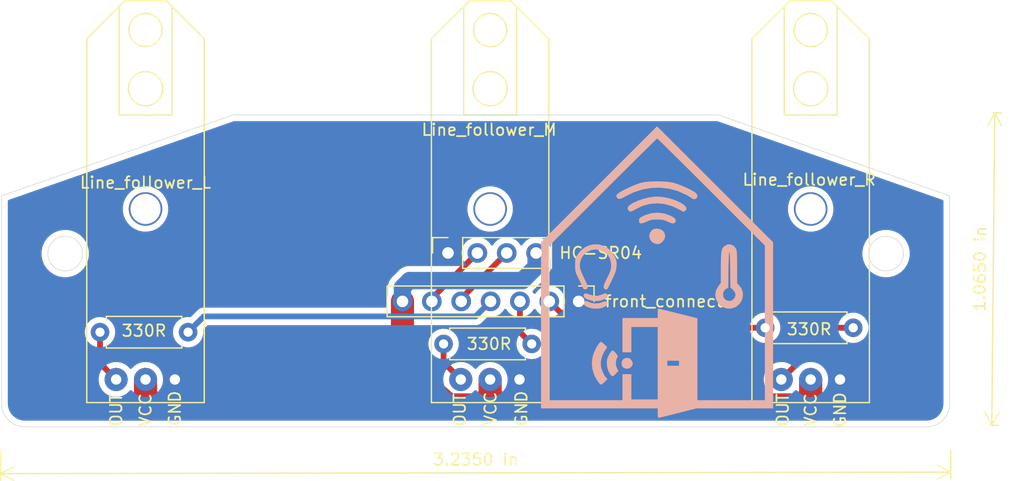
<source format=kicad_pcb>
(kicad_pcb (version 20171130) (host pcbnew 5.1.5+dfsg1-2build2)

  (general
    (thickness 1.6)
    (drawings 12)
    (tracks 39)
    (zones 0)
    (modules 9)
    (nets 11)
  )

  (page A4)
  (layers
    (0 F.Cu signal)
    (31 B.Cu signal)
    (32 B.Adhes user)
    (33 F.Adhes user)
    (34 B.Paste user)
    (35 F.Paste user)
    (36 B.SilkS user)
    (37 F.SilkS user)
    (38 B.Mask user)
    (39 F.Mask user)
    (40 Dwgs.User user)
    (41 Cmts.User user)
    (42 Eco1.User user)
    (43 Eco2.User user)
    (44 Edge.Cuts user)
    (45 Margin user)
    (46 B.CrtYd user)
    (47 F.CrtYd user)
    (48 B.Fab user)
    (49 F.Fab user)
  )

  (setup
    (last_trace_width 0.25)
    (user_trace_width 0.5)
    (user_trace_width 1)
    (user_trace_width 1.3)
    (user_trace_width 1.5)
    (user_trace_width 2)
    (user_trace_width 4)
    (trace_clearance 0.2)
    (zone_clearance 0.508)
    (zone_45_only no)
    (trace_min 0.2)
    (via_size 0.8)
    (via_drill 0.4)
    (via_min_size 0.4)
    (via_min_drill 0.3)
    (user_via 0.6 0.3)
    (user_via 1 0.5)
    (user_via 2 1)
    (uvia_size 0.3)
    (uvia_drill 0.1)
    (uvias_allowed no)
    (uvia_min_size 0.2)
    (uvia_min_drill 0.1)
    (edge_width 0.05)
    (segment_width 0.2)
    (pcb_text_width 0.3)
    (pcb_text_size 1.5 1.5)
    (mod_edge_width 0.12)
    (mod_text_size 1 1)
    (mod_text_width 0.15)
    (pad_size 1.98 3.96)
    (pad_drill 1.32)
    (pad_to_mask_clearance 0.051)
    (solder_mask_min_width 0.25)
    (aux_axis_origin 0 0)
    (grid_origin 5.842 10.541)
    (visible_elements FFFFFF7F)
    (pcbplotparams
      (layerselection 0x010fc_ffffffff)
      (usegerberextensions false)
      (usegerberattributes false)
      (usegerberadvancedattributes false)
      (creategerberjobfile false)
      (excludeedgelayer true)
      (linewidth 0.100000)
      (plotframeref false)
      (viasonmask false)
      (mode 1)
      (useauxorigin false)
      (hpglpennumber 1)
      (hpglpenspeed 20)
      (hpglpendiameter 15.000000)
      (psnegative false)
      (psa4output false)
      (plotreference true)
      (plotvalue true)
      (plotinvisibletext false)
      (padsonsilk false)
      (subtractmaskfromsilk false)
      (outputformat 1)
      (mirror false)
      (drillshape 0)
      (scaleselection 1)
      (outputdirectory ""))
  )

  (net 0 "")
  (net 1 /5V)
  (net 2 /TRIG_FRONT)
  (net 3 /LINE_FOLLOW_L)
  (net 4 /ECHO_FRONT)
  (net 5 /LINE_FOLLOW_M)
  (net 6 /LINE_FOLLOW_R)
  (net 7 "Net-(J9-Pad1)")
  (net 8 "Net-(J10-Pad1)")
  (net 9 "Net-(J11-Pad1)")
  (net 10 /GND)

  (net_class Default "This is the default net class."
    (clearance 0.2)
    (trace_width 0.25)
    (via_dia 0.8)
    (via_drill 0.4)
    (uvia_dia 0.3)
    (uvia_drill 0.1)
    (add_net /5V)
    (add_net /ECHO_FRONT)
    (add_net /GND)
    (add_net /LINE_FOLLOW_L)
    (add_net /LINE_FOLLOW_M)
    (add_net /LINE_FOLLOW_R)
    (add_net /TRIG_FRONT)
    (add_net "Net-(J10-Pad1)")
    (add_net "Net-(J11-Pad1)")
    (add_net "Net-(J9-Pad1)")
  )

  (module robo-car:sensor_logo_large (layer B.Cu) (tedit 0) (tstamp 5EF67E8B)
    (at 57.531 12.065 180)
    (fp_text reference G*** (at 0 0) (layer B.SilkS) hide
      (effects (font (size 1.524 1.524) (thickness 0.3)) (justify mirror))
    )
    (fp_text value LOGO (at 0.75 0) (layer B.SilkS) hide
      (effects (font (size 1.524 1.524) (thickness 0.3)) (justify mirror))
    )
    (fp_poly (pts (xy 0.5678 7.763294) (xy 1.029081 7.717733) (xy 1.3335 7.661138) (xy 1.595148 7.582177)
      (xy 1.912934 7.463491) (xy 2.259051 7.318035) (xy 2.605688 7.158764) (xy 2.925037 6.998632)
      (xy 3.189289 6.850594) (xy 3.370636 6.727606) (xy 3.407159 6.695114) (xy 3.507838 6.570326)
      (xy 3.516593 6.468139) (xy 3.495028 6.418226) (xy 3.398175 6.297165) (xy 3.267532 6.256683)
      (xy 3.084639 6.29813) (xy 2.831035 6.422852) (xy 2.744538 6.473062) (xy 2.021523 6.832901)
      (xy 1.265012 7.079048) (xy 0.48915 7.211799) (xy -0.29192 7.23145) (xy -1.064054 7.138297)
      (xy -1.813107 6.932636) (xy -2.524935 6.614764) (xy -2.95275 6.353726) (xy -3.117319 6.255052)
      (xy -3.236123 6.232544) (xy -3.359161 6.278953) (xy -3.381375 6.291587) (xy -3.477989 6.409318)
      (xy -3.477999 6.568063) (xy -3.385916 6.731989) (xy -3.317875 6.796139) (xy -3.108299 6.933994)
      (xy -2.811347 7.093524) (xy -2.461189 7.259576) (xy -2.091993 7.417001) (xy -1.737928 7.550647)
      (xy -1.433162 7.645364) (xy -1.36525 7.661962) (xy -0.951039 7.729857) (xy -0.463381 7.769369)
      (xy 0.056606 7.780511) (xy 0.5678 7.763294)) (layer B.SilkS) (width 0.01))
    (fp_poly (pts (xy 0.197338 6.449739) (xy 0.254 6.445072) (xy 0.7358 6.37178) (xy 1.223428 6.248124)
      (xy 1.684655 6.085659) (xy 2.087251 5.89594) (xy 2.398989 5.690524) (xy 2.428875 5.665269)
      (xy 2.52666 5.515226) (xy 2.526797 5.353046) (xy 2.432918 5.223745) (xy 2.391315 5.200033)
      (xy 2.285286 5.171574) (xy 2.166953 5.195876) (xy 1.997648 5.283312) (xy 1.93094 5.323524)
      (xy 1.31065 5.634396) (xy 0.670246 5.821157) (xy 0.017169 5.88367) (xy -0.641136 5.821798)
      (xy -1.297229 5.635403) (xy -1.822634 5.392664) (xy -2.036057 5.277796) (xy -2.202337 5.190927)
      (xy -2.293768 5.146438) (xy -2.302623 5.1435) (xy -2.365318 5.176213) (xy -2.438644 5.226433)
      (xy -2.538558 5.353676) (xy -2.527767 5.497081) (xy -2.420536 5.650191) (xy -2.23113 5.80655)
      (xy -1.973815 5.959703) (xy -1.662855 6.103193) (xy -1.312516 6.230564) (xy -0.937062 6.335361)
      (xy -0.550758 6.411126) (xy -0.16787 6.451404) (xy 0.197338 6.449739)) (layer B.SilkS) (width 0.01))
    (fp_poly (pts (xy 0.480231 5.019321) (xy 1.024996 4.853187) (xy 1.185467 4.778333) (xy 1.386303 4.670868)
      (xy 1.497581 4.587531) (xy 1.545372 4.499916) (xy 1.555744 4.379621) (xy 1.55575 4.374878)
      (xy 1.541073 4.224456) (xy 1.477917 4.158242) (xy 1.392545 4.14026) (xy 1.248459 4.158251)
      (xy 1.04565 4.224485) (xy 0.884545 4.296937) (xy 0.685762 4.388272) (xy 0.502579 4.441942)
      (xy 0.2872 4.467552) (xy 0 4.474678) (xy -0.293169 4.469473) (xy -0.508298 4.444942)
      (xy -0.693957 4.391725) (xy -0.89533 4.302125) (xy -1.178058 4.179706) (xy -1.378293 4.135375)
      (xy -1.512789 4.167978) (xy -1.5875 4.2545) (xy -1.621151 4.406855) (xy -1.5471 4.551716)
      (xy -1.358401 4.698296) (xy -1.18063 4.794155) (xy -0.640893 4.989928) (xy -0.081169 5.064943)
      (xy 0.480231 5.019321)) (layer B.SilkS) (width 0.01))
    (fp_poly (pts (xy 0.225872 3.663313) (xy 0.381118 3.591814) (xy 0.463562 3.51962) (xy 0.621582 3.286614)
      (xy 0.670934 3.036162) (xy 0.622778 2.792894) (xy 0.488274 2.581435) (xy 0.278582 2.426413)
      (xy 0.004863 2.352455) (xy -0.066697 2.3495) (xy -0.255477 2.392214) (xy -0.448726 2.53249)
      (xy -0.4826 2.5654) (xy -0.648353 2.803715) (xy -0.702114 3.052545) (xy -0.65423 3.288313)
      (xy -0.515048 3.487441) (xy -0.294913 3.626351) (xy -0.004174 3.681467) (xy 0.007215 3.681589)
      (xy 0.225872 3.663313)) (layer B.SilkS) (width 0.01))
    (fp_poly (pts (xy 5.832181 2.249717) (xy 6.229184 2.069012) (xy 6.588961 1.783497) (xy 6.826685 1.495716)
      (xy 6.945894 1.317854) (xy 7.02029 1.179242) (xy 7.060435 1.040149) (xy 7.076894 0.860843)
      (xy 7.080228 0.601591) (xy 7.08025 0.541936) (xy 7.077736 0.274922) (xy 7.063307 0.076591)
      (xy 7.026631 -0.094085) (xy 6.957377 -0.278132) (xy 6.845213 -0.516577) (xy 6.780952 -0.646584)
      (xy 6.64889 -0.9164) (xy 6.532513 -1.161045) (xy 6.447393 -1.347424) (xy 6.415724 -1.422897)
      (xy 6.334516 -1.55208) (xy 6.215416 -1.576306) (xy 6.213507 -1.576028) (xy 6.082556 -1.539059)
      (xy 6.012782 -1.465545) (xy 6.005233 -1.339626) (xy 6.060955 -1.145441) (xy 6.180994 -0.86713)
      (xy 6.272866 -0.676402) (xy 6.410815 -0.384113) (xy 6.531401 -0.106596) (xy 6.620107 0.121414)
      (xy 6.658931 0.247332) (xy 6.681827 0.623775) (xy 6.594269 0.997341) (xy 6.409317 1.335596)
      (xy 6.140028 1.606103) (xy 6.100772 1.633749) (xy 5.718548 1.821748) (xy 5.322917 1.885621)
      (xy 4.927224 1.825389) (xy 4.544813 1.641071) (xy 4.53054 1.631496) (xy 4.245851 1.385204)
      (xy 4.066044 1.09387) (xy 3.980061 0.735382) (xy 3.96875 0.508) (xy 3.974097 0.317707)
      (xy 3.996953 0.153582) (xy 4.047539 -0.017026) (xy 4.136073 -0.22677) (xy 4.272776 -0.508303)
      (xy 4.310161 -0.582782) (xy 4.466869 -0.905612) (xy 4.564942 -1.138963) (xy 4.611273 -1.302145)
      (xy 4.612757 -1.414466) (xy 4.610576 -1.424157) (xy 4.531123 -1.551462) (xy 4.408135 -1.588391)
      (xy 4.28769 -1.523397) (xy 4.275541 -1.508125) (xy 4.227214 -1.422683) (xy 4.137455 -1.247163)
      (xy 4.018728 -1.006481) (xy 3.883499 -0.725554) (xy 3.872263 -0.701924) (xy 3.718527 -0.368367)
      (xy 3.614973 -0.113437) (xy 3.551063 0.095787) (xy 3.51626 0.292221) (xy 3.502857 0.452069)
      (xy 3.498213 0.723044) (xy 3.528187 0.932463) (xy 3.603914 1.14358) (xy 3.63759 1.217494)
      (xy 3.89451 1.63394) (xy 4.218043 1.954636) (xy 4.590883 2.178072) (xy 4.995724 2.302737)
      (xy 5.415259 2.327122) (xy 5.832181 2.249717)) (layer B.SilkS) (width 0.01))
    (fp_poly (pts (xy 4.555708 -1.940175) (xy 4.681513 -1.994263) (xy 5.087225 -2.125706) (xy 5.487034 -2.130293)
      (xy 5.827834 -2.032039) (xy 6.082118 -1.942716) (xy 6.247383 -1.935478) (xy 6.332797 -2.011863)
      (xy 6.35 -2.119592) (xy 6.291172 -2.262442) (xy 6.13205 -2.386048) (xy 5.898677 -2.484127)
      (xy 5.617097 -2.550396) (xy 5.313352 -2.578574) (xy 5.013484 -2.562377) (xy 4.7625 -2.502553)
      (xy 4.47769 -2.375673) (xy 4.309581 -2.243522) (xy 4.261402 -2.110327) (xy 4.336382 -1.980319)
      (xy 4.3528 -1.965968) (xy 4.440478 -1.921849) (xy 4.555708 -1.940175)) (layer B.SilkS) (width 0.01))
    (fp_poly (pts (xy 6.253466 -2.626459) (xy 6.345959 -2.744945) (xy 6.32872 -2.870132) (xy 6.217863 -2.99165)
      (xy 6.029504 -3.09913) (xy 5.779757 -3.182205) (xy 5.484737 -3.230504) (xy 5.30225 -3.2385)
      (xy 4.989875 -3.22329) (xy 4.747324 -3.170604) (xy 4.569579 -3.095625) (xy 4.389103 -2.988988)
      (xy 4.303862 -2.889122) (xy 4.28625 -2.794) (xy 4.332576 -2.661182) (xy 4.460786 -2.612296)
      (xy 4.65473 -2.65054) (xy 4.763819 -2.699432) (xy 5.033086 -2.782233) (xy 5.356256 -2.79949)
      (xy 5.679184 -2.752406) (xy 5.89095 -2.674422) (xy 6.062198 -2.598127) (xy 6.171684 -2.586529)
      (xy 6.253466 -2.626459)) (layer B.SilkS) (width 0.01))
    (fp_poly (pts (xy -6.109833 2.307157) (xy -5.957885 2.244841) (xy -5.825492 2.159004) (xy -5.722987 2.062013)
      (xy -5.646603 1.937246) (xy -5.592572 1.768085) (xy -5.557124 1.537909) (xy -5.536492 1.230098)
      (xy -5.526907 0.828031) (xy -5.524599 0.333925) (xy -5.5245 -1.014901) (xy -5.308363 -1.298056)
      (xy -5.114465 -1.644103) (xy -5.039371 -2.005731) (xy -5.082727 -2.364163) (xy -5.244179 -2.70062)
      (xy -5.337059 -2.819531) (xy -5.636073 -3.073333) (xy -5.976346 -3.21382) (xy -6.3379 -3.238046)
      (xy -6.700758 -3.143063) (xy -6.88078 -3.047203) (xy -7.155437 -2.805322) (xy -7.337143 -2.503037)
      (xy -7.423157 -2.16615) (xy -7.419804 -2.072823) (xy -6.794451 -2.072823) (xy -6.71579 -2.304443)
      (xy -6.692456 -2.33993) (xy -6.499701 -2.523573) (xy -6.268956 -2.587553) (xy -6.011814 -2.529126)
      (xy -5.972732 -2.510179) (xy -5.801276 -2.358598) (xy -5.713518 -2.149281) (xy -5.708586 -1.919001)
      (xy -5.785608 -1.704531) (xy -5.943709 -1.542647) (xy -5.996363 -1.514445) (xy -6.157324 -1.441106)
      (xy -6.174287 0.105012) (xy -6.182446 0.615263) (xy -6.194497 1.034665) (xy -6.210001 1.354675)
      (xy -6.228518 1.566746) (xy -6.249607 1.662335) (xy -6.25475 1.66694) (xy -6.277102 1.61024)
      (xy -6.296512 1.431834) (xy -6.312702 1.136986) (xy -6.325396 0.730962) (xy -6.334316 0.219029)
      (xy -6.335267 0.137535) (xy -6.352283 -1.40768) (xy -6.573392 -1.616213) (xy -6.746797 -1.842269)
      (xy -6.794451 -2.072823) (xy -7.419804 -2.072823) (xy -7.410737 -1.820468) (xy -7.297143 -1.491792)
      (xy -7.079633 -1.205929) (xy -7.076673 -1.203138) (xy -6.921501 -1.057362) (xy -6.921501 0.368699)
      (xy -6.920807 0.83374) (xy -6.917766 1.18972) (xy -6.910941 1.454576) (xy -6.898892 1.646244)
      (xy -6.880181 1.782661) (xy -6.85337 1.881763) (xy -6.81702 1.961487) (xy -6.790078 2.007406)
      (xy -6.600772 2.211627) (xy -6.364199 2.314346) (xy -6.109833 2.307157)) (layer B.SilkS) (width 0.01))
    (fp_poly (pts (xy 2.737815 -7.526356) (xy 2.917488 -7.621338) (xy 3.030587 -7.788462) (xy 3.071505 -7.990086)
      (xy 3.034633 -8.188571) (xy 2.914363 -8.346274) (xy 2.864714 -8.378139) (xy 2.62703 -8.446812)
      (xy 2.400584 -8.409729) (xy 2.227108 -8.278186) (xy 2.121954 -8.111375) (xy 2.106919 -7.960333)
      (xy 2.178257 -7.771482) (xy 2.190053 -7.748346) (xy 2.332912 -7.573635) (xy 2.532225 -7.506754)
      (xy 2.737815 -7.526356)) (layer B.SilkS) (width 0.01))
    (fp_poly (pts (xy 3.937977 -6.932843) (xy 4.049121 -7.075087) (xy 4.147829 -7.23335) (xy 4.268848 -7.478679)
      (xy 4.327035 -7.700651) (xy 4.341812 -7.966582) (xy 4.303449 -8.320326) (xy 4.198728 -8.656623)
      (xy 4.043205 -8.933171) (xy 3.94734 -9.039391) (xy 3.875617 -9.0908) (xy 3.806371 -9.085284)
      (xy 3.708216 -9.009726) (xy 3.586305 -8.88852) (xy 3.338723 -8.634974) (xy 3.457257 -8.434311)
      (xy 3.545655 -8.190791) (xy 3.56748 -7.909178) (xy 3.522365 -7.645534) (xy 3.463233 -7.519628)
      (xy 3.406796 -7.419761) (xy 3.404286 -7.336988) (xy 3.465513 -7.229665) (xy 3.560612 -7.106176)
      (xy 3.693341 -6.96397) (xy 3.810651 -6.880693) (xy 3.858002 -6.870726) (xy 3.937977 -6.932843)) (layer B.SilkS) (width 0.01))
    (fp_poly (pts (xy 4.888921 -6.127392) (xy 5.008494 -6.24575) (xy 5.149939 -6.451902) (xy 5.295576 -6.712955)
      (xy 5.427724 -6.99602) (xy 5.528702 -7.268205) (xy 5.557504 -7.37112) (xy 5.634756 -7.907817)
      (xy 5.594854 -8.43248) (xy 5.457366 -8.916885) (xy 5.355137 -9.145087) (xy 5.222259 -9.381509)
      (xy 5.079745 -9.59454) (xy 4.948606 -9.752568) (xy 4.855495 -9.822391) (xy 4.778543 -9.792374)
      (xy 4.649227 -9.692251) (xy 4.54191 -9.5902) (xy 4.294079 -9.336398) (xy 4.429937 -9.191783)
      (xy 4.57782 -8.981496) (xy 4.714986 -8.694833) (xy 4.819643 -8.381936) (xy 4.856531 -8.210241)
      (xy 4.863006 -7.834873) (xy 4.778338 -7.430704) (xy 4.614001 -7.043756) (xy 4.532211 -6.909555)
      (xy 4.311113 -6.581004) (xy 4.561638 -6.330479) (xy 4.728369 -6.185256) (xy 4.850123 -6.122908)
      (xy 4.888921 -6.127392)) (layer B.SilkS) (width 0.01))
    (fp_poly (pts (xy 5.0165 7.52475) (xy 10.033 2.508552) (xy 10.033 -11.8745) (xy -0.0635 -11.8745)
      (xy -0.0635 -12.28725) (xy -0.072616 -12.532755) (xy -0.101492 -12.664262) (xy -0.142875 -12.695249)
      (xy -0.223781 -12.678743) (xy -0.410354 -12.634738) (xy -0.685298 -12.567504) (xy -1.031317 -12.48131)
      (xy -1.431115 -12.380422) (xy -1.80975 -12.283886) (xy -3.39725 -11.877273) (xy -6.715125 -11.875886)
      (xy -10.033 -11.8745) (xy -10.033 2.219519) (xy -9.3345 2.219519) (xy -9.3345 -11.176)
      (xy -3.4925 -11.176) (xy -3.4925 -7.747) (xy -1.905 -7.747) (xy -1.905 -8.1915)
      (xy -0.889 -8.1915) (xy -0.889 -7.747) (xy -1.905 -7.747) (xy -3.4925 -7.747)
      (xy -3.4925 -7.627912) (xy -3.492501 -4.079825) (xy -1.810596 -3.659162) (xy -1.367805 -3.548702)
      (xy -0.966296 -3.44909) (xy -0.622256 -3.364297) (xy -0.351872 -3.298295) (xy -0.171335 -3.255057)
      (xy -0.09683 -3.238553) (xy -0.096096 -3.2385) (xy -0.079494 -3.296433) (xy -0.067754 -3.44801)
      (xy -0.0635 -3.65125) (xy -0.0635 -4.064) (xy 2.9845 -4.064) (xy 2.9845 -7.01675)
      (xy 2.2225 -7.01675) (xy 2.2225 -4.826) (xy -0.0635 -4.826) (xy -0.0635 -11.1125)
      (xy 2.2225 -11.1125) (xy 2.2225 -8.92175) (xy 2.9845 -8.92175) (xy 2.9845 -11.176)
      (xy 9.3345 -11.176) (xy 9.3345 -4.492785) (xy 9.334499 2.190429) (xy 4.683286 6.841965)
      (xy 4.044492 7.480362) (xy 3.430749 8.092864) (xy 2.848031 8.673554) (xy 2.302316 9.216516)
      (xy 1.799577 9.715833) (xy 1.345791 10.165589) (xy 0.946932 10.559868) (xy 0.608976 10.892752)
      (xy 0.337899 11.158327) (xy 0.139675 11.350674) (xy 0.020281 11.463879) (xy -0.014603 11.493501)
      (xy -0.064982 11.449535) (xy -0.199073 11.321588) (xy -0.410893 11.115586) (xy -0.694456 10.837455)
      (xy -1.043778 10.493119) (xy -1.452874 10.088506) (xy -1.915758 9.629541) (xy -2.426446 9.122149)
      (xy -2.978953 8.572257) (xy -3.567294 7.98579) (xy -4.185484 7.368673) (xy -4.69789 6.85651)
      (xy -9.3345 2.219519) (xy -10.033 2.219519) (xy -10.033 2.508552) (xy -5.0165 7.52475)
      (xy 0 12.540949) (xy 5.0165 7.52475)) (layer B.SilkS) (width 0.01))
  )

  (module Connector_PinHeader_2.54mm:PinHeader_1x07_P2.54mm_Vertical (layer F.Cu) (tedit 59FED5CC) (tstamp 5EF5F17E)
    (at 50.753 14.68 270)
    (descr "Through hole straight pin header, 1x07, 2.54mm pitch, single row")
    (tags "Through hole pin header THT 1x07 2.54mm single row")
    (path /5F011F63)
    (fp_text reference J19 (at 0 -2.33 90) (layer F.Fab)
      (effects (font (size 1 1) (thickness 0.15)))
    )
    (fp_text value front_connect (at 0 -7.366 180) (layer F.SilkS)
      (effects (font (size 1 1) (thickness 0.15)))
    )
    (fp_text user %R (at 0 7.62) (layer F.Fab)
      (effects (font (size 1 1) (thickness 0.15)))
    )
    (fp_line (start 1.8 -1.8) (end -1.8 -1.8) (layer F.CrtYd) (width 0.05))
    (fp_line (start 1.8 17.05) (end 1.8 -1.8) (layer F.CrtYd) (width 0.05))
    (fp_line (start -1.8 17.05) (end 1.8 17.05) (layer F.CrtYd) (width 0.05))
    (fp_line (start -1.8 -1.8) (end -1.8 17.05) (layer F.CrtYd) (width 0.05))
    (fp_line (start -1.33 -1.33) (end 0 -1.33) (layer F.SilkS) (width 0.12))
    (fp_line (start -1.33 0) (end -1.33 -1.33) (layer F.SilkS) (width 0.12))
    (fp_line (start -1.33 1.27) (end 1.33 1.27) (layer F.SilkS) (width 0.12))
    (fp_line (start 1.33 1.27) (end 1.33 16.57) (layer F.SilkS) (width 0.12))
    (fp_line (start -1.33 1.27) (end -1.33 16.57) (layer F.SilkS) (width 0.12))
    (fp_line (start -1.33 16.57) (end 1.33 16.57) (layer F.SilkS) (width 0.12))
    (fp_line (start -1.27 -0.635) (end -0.635 -1.27) (layer F.Fab) (width 0.1))
    (fp_line (start -1.27 16.51) (end -1.27 -0.635) (layer F.Fab) (width 0.1))
    (fp_line (start 1.27 16.51) (end -1.27 16.51) (layer F.Fab) (width 0.1))
    (fp_line (start 1.27 -1.27) (end 1.27 16.51) (layer F.Fab) (width 0.1))
    (fp_line (start -0.635 -1.27) (end 1.27 -1.27) (layer F.Fab) (width 0.1))
    (pad 7 thru_hole oval (at 0 15.24 270) (size 1.7 1.7) (drill 1) (layers *.Cu *.Mask)
      (net 1 /5V))
    (pad 6 thru_hole oval (at 0 12.7 270) (size 1.7 1.7) (drill 1) (layers *.Cu *.Mask)
      (net 4 /ECHO_FRONT))
    (pad 5 thru_hole oval (at 0 10.16 270) (size 1.7 1.7) (drill 1) (layers *.Cu *.Mask)
      (net 2 /TRIG_FRONT))
    (pad 4 thru_hole oval (at 0 7.62 270) (size 1.7 1.7) (drill 1) (layers *.Cu *.Mask)
      (net 3 /LINE_FOLLOW_L))
    (pad 3 thru_hole oval (at 0 5.08 270) (size 1.7 1.7) (drill 1) (layers *.Cu *.Mask)
      (net 5 /LINE_FOLLOW_M))
    (pad 2 thru_hole oval (at 0 2.54 270) (size 1.7 1.7) (drill 1) (layers *.Cu *.Mask)
      (net 6 /LINE_FOLLOW_R))
    (pad 1 thru_hole rect (at 0 0 270) (size 1.7 1.7) (drill 1) (layers *.Cu *.Mask)
      (net 10 /GND))
    (model ${KISYS3DMOD}/Connector_PinHeader_2.54mm.3dshapes/PinHeader_1x07_P2.54mm_Vertical.wrl
      (at (xyz 0 0 0))
      (scale (xyz 1 1 1))
      (rotate (xyz 0 0 0))
    )
  )

  (module robo-car:linefollower (layer F.Cu) (tedit 5EEB2033) (tstamp 5EF5F2F3)
    (at 70.565 6.933 90)
    (path /5EEED897)
    (fp_text reference J9 (at 0 -6.096 90) (layer F.Fab)
      (effects (font (size 1 1) (thickness 0.15)))
    )
    (fp_text value Line_follower_R (at 2.794 0.127 180) (layer F.SilkS)
      (effects (font (size 1 1) (thickness 0.15)))
    )
    (fp_line (start -16.51 -4.826) (end -16.51 5.334) (layer F.SilkS) (width 0.12))
    (fp_line (start -16.51 5.334) (end 14.986 5.334) (layer F.SilkS) (width 0.12))
    (fp_line (start 14.986 -4.826) (end -16.51 -4.826) (layer F.SilkS) (width 0.12))
    (fp_line (start 14.986 -4.826) (end 18.288 -1.524) (layer F.SilkS) (width 0.12))
    (fp_line (start 18.288 2.032) (end 14.986 5.334) (layer F.SilkS) (width 0.12))
    (fp_line (start 18.288 -1.524) (end 18.288 2.032) (layer F.SilkS) (width 0.12))
    (fp_line (start 18.288 2.032) (end 18.288 1.778) (layer F.SilkS) (width 0.12))
    (fp_line (start 8.382 0.254) (end 8.382 -2.032) (layer F.SilkS) (width 0.12))
    (fp_line (start 8.382 -2.032) (end 17.526 -2.032) (layer F.SilkS) (width 0.12))
    (fp_line (start 17.526 -2.032) (end 17.78 -2.032) (layer F.SilkS) (width 0.12))
    (fp_line (start 17.78 2.54) (end 8.382 2.54) (layer F.SilkS) (width 0.12))
    (fp_line (start 8.382 2.54) (end 8.382 0.254) (layer F.SilkS) (width 0.12))
    (fp_circle (center 10.668 0.254) (end 11.938 -0.508) (layer F.SilkS) (width 0.12))
    (fp_circle (center 15.748 0.254) (end 16.764 -0.762) (layer F.SilkS) (width 0.12))
    (fp_text user VCC (at -17.145 0.254 90) (layer F.SilkS)
      (effects (font (size 1 1) (thickness 0.15)))
    )
    (fp_text user OUT (at -17.145 -2.159 90) (layer F.SilkS)
      (effects (font (size 1 1) (thickness 0.15)))
    )
    (fp_text user GND (at -17.145 2.794 90) (layer F.SilkS)
      (effects (font (size 1 1) (thickness 0.15)))
    )
    (pad 1 thru_hole circle (at -14.51 -2.286 90) (size 2 2) (drill 0.9) (layers *.Cu *.Mask)
      (net 7 "Net-(J9-Pad1)"))
    (pad 2 thru_hole circle (at -14.51 0.254 90) (size 2 2) (drill 0.9) (layers *.Cu *.Mask)
      (net 1 /5V))
    (pad 3 thru_hole circle (at -14.51 2.794 90) (size 2 2) (drill 0.9) (layers *.Cu *.Mask)
      (net 10 /GND))
    (pad 4 thru_hole circle (at 0.254 0.254 90) (size 2.9 2.9) (drill 2.6) (layers *.Cu *.Mask))
  )

  (module robo-car:linefollower (layer F.Cu) (tedit 5EEB2033) (tstamp 5EF5F0F2)
    (at 42.842 6.933 90)
    (path /5EEFA3F1)
    (fp_text reference J10 (at 0 -6.096 90) (layer F.Fab)
      (effects (font (size 1 1) (thickness 0.15)))
    )
    (fp_text value Line_follower_M (at 7.112 0.164 180) (layer F.SilkS)
      (effects (font (size 1 1) (thickness 0.15)))
    )
    (fp_line (start -16.51 -4.826) (end -16.51 5.334) (layer F.SilkS) (width 0.12))
    (fp_line (start -16.51 5.334) (end 14.986 5.334) (layer F.SilkS) (width 0.12))
    (fp_line (start 14.986 -4.826) (end -16.51 -4.826) (layer F.SilkS) (width 0.12))
    (fp_line (start 14.986 -4.826) (end 18.288 -1.524) (layer F.SilkS) (width 0.12))
    (fp_line (start 18.288 2.032) (end 14.986 5.334) (layer F.SilkS) (width 0.12))
    (fp_line (start 18.288 -1.524) (end 18.288 2.032) (layer F.SilkS) (width 0.12))
    (fp_line (start 18.288 2.032) (end 18.288 1.778) (layer F.SilkS) (width 0.12))
    (fp_line (start 8.382 0.254) (end 8.382 -2.032) (layer F.SilkS) (width 0.12))
    (fp_line (start 8.382 -2.032) (end 17.526 -2.032) (layer F.SilkS) (width 0.12))
    (fp_line (start 17.526 -2.032) (end 17.78 -2.032) (layer F.SilkS) (width 0.12))
    (fp_line (start 17.78 2.54) (end 8.382 2.54) (layer F.SilkS) (width 0.12))
    (fp_line (start 8.382 2.54) (end 8.382 0.254) (layer F.SilkS) (width 0.12))
    (fp_circle (center 10.668 0.254) (end 11.938 -0.508) (layer F.SilkS) (width 0.12))
    (fp_circle (center 15.748 0.254) (end 16.764 -0.762) (layer F.SilkS) (width 0.12))
    (fp_text user VCC (at -17.018 0.291 90) (layer F.SilkS)
      (effects (font (size 1 1) (thickness 0.15)))
    )
    (fp_text user OUT (at -17.145 -2.376 90) (layer F.SilkS)
      (effects (font (size 1 1) (thickness 0.15)))
    )
    (fp_text user GND (at -17.018 2.958 90) (layer F.SilkS)
      (effects (font (size 1 1) (thickness 0.15)))
    )
    (pad 1 thru_hole circle (at -14.51 -2.286 90) (size 2 2) (drill 0.9) (layers *.Cu *.Mask)
      (net 8 "Net-(J10-Pad1)"))
    (pad 2 thru_hole circle (at -14.51 0.254 90) (size 2 2) (drill 0.9) (layers *.Cu *.Mask)
      (net 1 /5V))
    (pad 3 thru_hole circle (at -14.51 2.794 90) (size 2 2) (drill 0.9) (layers *.Cu *.Mask)
      (net 10 /GND))
    (pad 4 thru_hole circle (at 0.254 0.254 90) (size 2.9 2.9) (drill 2.6) (layers *.Cu *.Mask))
  )

  (module robo-car:linefollower (layer F.Cu) (tedit 5EEB2033) (tstamp 5EF5F28D)
    (at 13.034 6.933 90)
    (path /5EEFBFF0)
    (fp_text reference J11 (at 0 -6.096 90) (layer F.Fab)
      (effects (font (size 1 1) (thickness 0.15)))
    )
    (fp_text value Line_follower_L (at 2.54 0.254 180) (layer F.SilkS)
      (effects (font (size 1 1) (thickness 0.15)))
    )
    (fp_text user GND (at -17.018 2.794 90) (layer F.SilkS)
      (effects (font (size 1 1) (thickness 0.15)))
    )
    (fp_text user OUT (at -17.145 -2.286 90) (layer F.SilkS)
      (effects (font (size 1 1) (thickness 0.15)))
    )
    (fp_text user VCC (at -17.145 0.254 90) (layer F.SilkS)
      (effects (font (size 1 1) (thickness 0.15)))
    )
    (fp_circle (center 15.748 0.254) (end 16.764 -0.762) (layer F.SilkS) (width 0.12))
    (fp_circle (center 10.668 0.254) (end 11.938 -0.508) (layer F.SilkS) (width 0.12))
    (fp_line (start 8.382 2.54) (end 8.382 0.254) (layer F.SilkS) (width 0.12))
    (fp_line (start 17.78 2.54) (end 8.382 2.54) (layer F.SilkS) (width 0.12))
    (fp_line (start 17.526 -2.032) (end 17.78 -2.032) (layer F.SilkS) (width 0.12))
    (fp_line (start 8.382 -2.032) (end 17.526 -2.032) (layer F.SilkS) (width 0.12))
    (fp_line (start 8.382 0.254) (end 8.382 -2.032) (layer F.SilkS) (width 0.12))
    (fp_line (start 18.288 2.032) (end 18.288 1.778) (layer F.SilkS) (width 0.12))
    (fp_line (start 18.288 -1.524) (end 18.288 2.032) (layer F.SilkS) (width 0.12))
    (fp_line (start 18.288 2.032) (end 14.986 5.334) (layer F.SilkS) (width 0.12))
    (fp_line (start 14.986 -4.826) (end 18.288 -1.524) (layer F.SilkS) (width 0.12))
    (fp_line (start 14.986 -4.826) (end -16.51 -4.826) (layer F.SilkS) (width 0.12))
    (fp_line (start -16.51 5.334) (end 14.986 5.334) (layer F.SilkS) (width 0.12))
    (fp_line (start -16.51 -4.826) (end -16.51 5.334) (layer F.SilkS) (width 0.12))
    (pad 4 thru_hole circle (at 0.254 0.254 90) (size 2.9 2.9) (drill 2.6) (layers *.Cu *.Mask))
    (pad 3 thru_hole circle (at -14.51 2.794 90) (size 2 2) (drill 0.9) (layers *.Cu *.Mask)
      (net 10 /GND))
    (pad 2 thru_hole circle (at -14.51 0.254 90) (size 2 2) (drill 0.9) (layers *.Cu *.Mask)
      (net 1 /5V))
    (pad 1 thru_hole circle (at -14.51 -2.286 90) (size 2 2) (drill 0.9) (layers *.Cu *.Mask)
      (net 9 "Net-(J11-Pad1)"))
  )

  (module Connector_PinSocket_2.54mm:PinSocket_1x04_P2.54mm_Vertical (layer F.Cu) (tedit 5A19A429) (tstamp 5EF5F33A)
    (at 39.45 10.489 90)
    (descr "Through hole straight socket strip, 1x04, 2.54mm pitch, single row (from Kicad 4.0.7), script generated")
    (tags "Through hole socket strip THT 1x04 2.54mm single row")
    (path /5EF124AE)
    (fp_text reference J12 (at 0 -2.77 90) (layer F.Fab)
      (effects (font (size 1 1) (thickness 0.15)))
    )
    (fp_text value HC-SR04 (at 0 13.208) (layer F.SilkS)
      (effects (font (size 1 1) (thickness 0.15)))
    )
    (fp_line (start -1.27 -1.27) (end 0.635 -1.27) (layer F.Fab) (width 0.1))
    (fp_line (start 0.635 -1.27) (end 1.27 -0.635) (layer F.Fab) (width 0.1))
    (fp_line (start 1.27 -0.635) (end 1.27 8.89) (layer F.Fab) (width 0.1))
    (fp_line (start 1.27 8.89) (end -1.27 8.89) (layer F.Fab) (width 0.1))
    (fp_line (start -1.27 8.89) (end -1.27 -1.27) (layer F.Fab) (width 0.1))
    (fp_line (start -1.33 1.27) (end 1.33 1.27) (layer F.SilkS) (width 0.12))
    (fp_line (start -1.33 1.27) (end -1.33 8.95) (layer F.SilkS) (width 0.12))
    (fp_line (start -1.33 8.95) (end 1.33 8.95) (layer F.SilkS) (width 0.12))
    (fp_line (start 1.33 1.27) (end 1.33 8.95) (layer F.SilkS) (width 0.12))
    (fp_line (start 1.33 -1.33) (end 1.33 0) (layer F.SilkS) (width 0.12))
    (fp_line (start 0 -1.33) (end 1.33 -1.33) (layer F.SilkS) (width 0.12))
    (fp_line (start -1.8 -1.8) (end 1.75 -1.8) (layer F.CrtYd) (width 0.05))
    (fp_line (start 1.75 -1.8) (end 1.75 9.4) (layer F.CrtYd) (width 0.05))
    (fp_line (start 1.75 9.4) (end -1.8 9.4) (layer F.CrtYd) (width 0.05))
    (fp_line (start -1.8 9.4) (end -1.8 -1.8) (layer F.CrtYd) (width 0.05))
    (fp_text user %R (at 0 3.81) (layer F.Fab)
      (effects (font (size 1 1) (thickness 0.15)))
    )
    (pad 1 thru_hole rect (at 0 0 90) (size 1.7 1.7) (drill 1) (layers *.Cu *.Mask)
      (net 10 /GND))
    (pad 2 thru_hole oval (at 0 2.54 90) (size 1.7 1.7) (drill 1) (layers *.Cu *.Mask)
      (net 4 /ECHO_FRONT))
    (pad 3 thru_hole oval (at 0 5.08 90) (size 1.7 1.7) (drill 1) (layers *.Cu *.Mask)
      (net 2 /TRIG_FRONT))
    (pad 4 thru_hole oval (at 0 7.62 90) (size 1.7 1.7) (drill 1) (layers *.Cu *.Mask)
      (net 1 /5V))
    (model ${KISYS3DMOD}/Connector_PinSocket_2.54mm.3dshapes/PinSocket_1x04_P2.54mm_Vertical.wrl
      (at (xyz 0 0 0))
      (scale (xyz 1 1 1))
      (rotate (xyz 0 0 0))
    )
  )

  (module Resistor_THT:R_Axial_DIN0207_L6.3mm_D2.5mm_P7.62mm_Horizontal (layer F.Cu) (tedit 5AE5139B) (tstamp 5EF5F138)
    (at 66.882 16.966)
    (descr "Resistor, Axial_DIN0207 series, Axial, Horizontal, pin pitch=7.62mm, 0.25W = 1/4W, length*diameter=6.3*2.5mm^2, http://cdn-reichelt.de/documents/datenblatt/B400/1_4W%23YAG.pdf")
    (tags "Resistor Axial_DIN0207 series Axial Horizontal pin pitch 7.62mm 0.25W = 1/4W length 6.3mm diameter 2.5mm")
    (path /5EEFF93B)
    (fp_text reference R2 (at 3.81 -2.37) (layer F.Fab)
      (effects (font (size 1 1) (thickness 0.15)))
    )
    (fp_text value 330R (at 3.81 0.127) (layer F.SilkS)
      (effects (font (size 1 1) (thickness 0.15)))
    )
    (fp_line (start 0.66 -1.25) (end 0.66 1.25) (layer F.Fab) (width 0.1))
    (fp_line (start 0.66 1.25) (end 6.96 1.25) (layer F.Fab) (width 0.1))
    (fp_line (start 6.96 1.25) (end 6.96 -1.25) (layer F.Fab) (width 0.1))
    (fp_line (start 6.96 -1.25) (end 0.66 -1.25) (layer F.Fab) (width 0.1))
    (fp_line (start 0 0) (end 0.66 0) (layer F.Fab) (width 0.1))
    (fp_line (start 7.62 0) (end 6.96 0) (layer F.Fab) (width 0.1))
    (fp_line (start 0.54 -1.04) (end 0.54 -1.37) (layer F.SilkS) (width 0.12))
    (fp_line (start 0.54 -1.37) (end 7.08 -1.37) (layer F.SilkS) (width 0.12))
    (fp_line (start 7.08 -1.37) (end 7.08 -1.04) (layer F.SilkS) (width 0.12))
    (fp_line (start 0.54 1.04) (end 0.54 1.37) (layer F.SilkS) (width 0.12))
    (fp_line (start 0.54 1.37) (end 7.08 1.37) (layer F.SilkS) (width 0.12))
    (fp_line (start 7.08 1.37) (end 7.08 1.04) (layer F.SilkS) (width 0.12))
    (fp_line (start -1.05 -1.5) (end -1.05 1.5) (layer F.CrtYd) (width 0.05))
    (fp_line (start -1.05 1.5) (end 8.67 1.5) (layer F.CrtYd) (width 0.05))
    (fp_line (start 8.67 1.5) (end 8.67 -1.5) (layer F.CrtYd) (width 0.05))
    (fp_line (start 8.67 -1.5) (end -1.05 -1.5) (layer F.CrtYd) (width 0.05))
    (fp_text user %R (at 3.81 0) (layer F.Fab)
      (effects (font (size 1 1) (thickness 0.15)))
    )
    (pad 1 thru_hole circle (at 0 0) (size 1.6 1.6) (drill 0.8) (layers *.Cu *.Mask)
      (net 6 /LINE_FOLLOW_R))
    (pad 2 thru_hole oval (at 7.62 0) (size 1.6 1.6) (drill 0.8) (layers *.Cu *.Mask)
      (net 7 "Net-(J9-Pad1)"))
    (model ${KISYS3DMOD}/Resistor_THT.3dshapes/R_Axial_DIN0207_L6.3mm_D2.5mm_P7.62mm_Horizontal.wrl
      (at (xyz 0 0 0))
      (scale (xyz 1 1 1))
      (rotate (xyz 0 0 0))
    )
  )

  (module Resistor_THT:R_Axial_DIN0207_L6.3mm_D2.5mm_P7.62mm_Horizontal (layer F.Cu) (tedit 5AE5139B) (tstamp 5EF5F1C8)
    (at 46.689 18.363 180)
    (descr "Resistor, Axial_DIN0207 series, Axial, Horizontal, pin pitch=7.62mm, 0.25W = 1/4W, length*diameter=6.3*2.5mm^2, http://cdn-reichelt.de/documents/datenblatt/B400/1_4W%23YAG.pdf")
    (tags "Resistor Axial_DIN0207 series Axial Horizontal pin pitch 7.62mm 0.25W = 1/4W length 6.3mm diameter 2.5mm")
    (path /5EF4C370)
    (fp_text reference R3 (at 3.81 -2.37) (layer F.Fab)
      (effects (font (size 1 1) (thickness 0.15)))
    )
    (fp_text value 330R (at 3.683 0) (layer F.SilkS)
      (effects (font (size 1 1) (thickness 0.15)))
    )
    (fp_text user %R (at 3.81 0) (layer F.Fab)
      (effects (font (size 1 1) (thickness 0.15)))
    )
    (fp_line (start 8.67 -1.5) (end -1.05 -1.5) (layer F.CrtYd) (width 0.05))
    (fp_line (start 8.67 1.5) (end 8.67 -1.5) (layer F.CrtYd) (width 0.05))
    (fp_line (start -1.05 1.5) (end 8.67 1.5) (layer F.CrtYd) (width 0.05))
    (fp_line (start -1.05 -1.5) (end -1.05 1.5) (layer F.CrtYd) (width 0.05))
    (fp_line (start 7.08 1.37) (end 7.08 1.04) (layer F.SilkS) (width 0.12))
    (fp_line (start 0.54 1.37) (end 7.08 1.37) (layer F.SilkS) (width 0.12))
    (fp_line (start 0.54 1.04) (end 0.54 1.37) (layer F.SilkS) (width 0.12))
    (fp_line (start 7.08 -1.37) (end 7.08 -1.04) (layer F.SilkS) (width 0.12))
    (fp_line (start 0.54 -1.37) (end 7.08 -1.37) (layer F.SilkS) (width 0.12))
    (fp_line (start 0.54 -1.04) (end 0.54 -1.37) (layer F.SilkS) (width 0.12))
    (fp_line (start 7.62 0) (end 6.96 0) (layer F.Fab) (width 0.1))
    (fp_line (start 0 0) (end 0.66 0) (layer F.Fab) (width 0.1))
    (fp_line (start 6.96 -1.25) (end 0.66 -1.25) (layer F.Fab) (width 0.1))
    (fp_line (start 6.96 1.25) (end 6.96 -1.25) (layer F.Fab) (width 0.1))
    (fp_line (start 0.66 1.25) (end 6.96 1.25) (layer F.Fab) (width 0.1))
    (fp_line (start 0.66 -1.25) (end 0.66 1.25) (layer F.Fab) (width 0.1))
    (pad 2 thru_hole oval (at 7.62 0 180) (size 1.6 1.6) (drill 0.8) (layers *.Cu *.Mask)
      (net 8 "Net-(J10-Pad1)"))
    (pad 1 thru_hole circle (at 0 0 180) (size 1.6 1.6) (drill 0.8) (layers *.Cu *.Mask)
      (net 5 /LINE_FOLLOW_M))
    (model ${KISYS3DMOD}/Resistor_THT.3dshapes/R_Axial_DIN0207_L6.3mm_D2.5mm_P7.62mm_Horizontal.wrl
      (at (xyz 0 0 0))
      (scale (xyz 1 1 1))
      (rotate (xyz 0 0 0))
    )
  )

  (module Resistor_THT:R_Axial_DIN0207_L6.3mm_D2.5mm_P7.62mm_Horizontal (layer F.Cu) (tedit 5AE5139B) (tstamp 5EF5F20A)
    (at 16.971 17.347 180)
    (descr "Resistor, Axial_DIN0207 series, Axial, Horizontal, pin pitch=7.62mm, 0.25W = 1/4W, length*diameter=6.3*2.5mm^2, http://cdn-reichelt.de/documents/datenblatt/B400/1_4W%23YAG.pdf")
    (tags "Resistor Axial_DIN0207 series Axial Horizontal pin pitch 7.62mm 0.25W = 1/4W length 6.3mm diameter 2.5mm")
    (path /5EF4CF38)
    (fp_text reference R4 (at 3.81 -2.37) (layer F.Fab)
      (effects (font (size 1 1) (thickness 0.15)))
    )
    (fp_text value 330R (at 3.81 0.127) (layer F.SilkS)
      (effects (font (size 1 1) (thickness 0.15)))
    )
    (fp_line (start 0.66 -1.25) (end 0.66 1.25) (layer F.Fab) (width 0.1))
    (fp_line (start 0.66 1.25) (end 6.96 1.25) (layer F.Fab) (width 0.1))
    (fp_line (start 6.96 1.25) (end 6.96 -1.25) (layer F.Fab) (width 0.1))
    (fp_line (start 6.96 -1.25) (end 0.66 -1.25) (layer F.Fab) (width 0.1))
    (fp_line (start 0 0) (end 0.66 0) (layer F.Fab) (width 0.1))
    (fp_line (start 7.62 0) (end 6.96 0) (layer F.Fab) (width 0.1))
    (fp_line (start 0.54 -1.04) (end 0.54 -1.37) (layer F.SilkS) (width 0.12))
    (fp_line (start 0.54 -1.37) (end 7.08 -1.37) (layer F.SilkS) (width 0.12))
    (fp_line (start 7.08 -1.37) (end 7.08 -1.04) (layer F.SilkS) (width 0.12))
    (fp_line (start 0.54 1.04) (end 0.54 1.37) (layer F.SilkS) (width 0.12))
    (fp_line (start 0.54 1.37) (end 7.08 1.37) (layer F.SilkS) (width 0.12))
    (fp_line (start 7.08 1.37) (end 7.08 1.04) (layer F.SilkS) (width 0.12))
    (fp_line (start -1.05 -1.5) (end -1.05 1.5) (layer F.CrtYd) (width 0.05))
    (fp_line (start -1.05 1.5) (end 8.67 1.5) (layer F.CrtYd) (width 0.05))
    (fp_line (start 8.67 1.5) (end 8.67 -1.5) (layer F.CrtYd) (width 0.05))
    (fp_line (start 8.67 -1.5) (end -1.05 -1.5) (layer F.CrtYd) (width 0.05))
    (fp_text user %R (at -3.429 0.127) (layer F.Fab)
      (effects (font (size 1 1) (thickness 0.15)))
    )
    (pad 1 thru_hole circle (at 0 0 180) (size 1.6 1.6) (drill 0.8) (layers *.Cu *.Mask)
      (net 3 /LINE_FOLLOW_L))
    (pad 2 thru_hole oval (at 7.62 0 180) (size 1.6 1.6) (drill 0.8) (layers *.Cu *.Mask)
      (net 9 "Net-(J11-Pad1)"))
    (model ${KISYS3DMOD}/Resistor_THT.3dshapes/R_Axial_DIN0207_L6.3mm_D2.5mm_P7.62mm_Horizontal.wrl
      (at (xyz 0 0 0))
      (scale (xyz 1 1 1))
      (rotate (xyz 0 0 0))
    )
  )

  (dimension 82.169098 (width 0.12) (layer F.SilkS)
    (gr_text "82,169 mm" (at 41.851409 30.798867 0.08855600292) (layer F.SilkS)
      (effects (font (size 1 1) (thickness 0.15)))
    )
    (feature1 (pts (xy 82.931 27.559) (xy 82.934853 30.051789)))
    (feature2 (pts (xy 0.762 27.686) (xy 0.765853 30.178789)))
    (crossbar (pts (xy 0.764946 29.592369) (xy 82.933946 29.465369)))
    (arrow1a (pts (xy 82.933946 29.465369) (xy 81.80835 30.05353)))
    (arrow1b (pts (xy 82.933946 29.465369) (xy 81.806537 28.88069)))
    (arrow2a (pts (xy 0.764946 29.592369) (xy 1.892355 30.177048)))
    (arrow2b (pts (xy 0.764946 29.592369) (xy 1.890542 29.004208)))
  )
  (dimension 27.052192 (width 0.12) (layer F.SilkS)
    (gr_text "27,052 mm" (at 87.883932 11.887616 89.46202727) (layer F.SilkS)
      (effects (font (size 1 1) (thickness 0.15)))
    )
    (feature1 (pts (xy 86.36 25.4) (xy 87.073383 25.406698)))
    (feature2 (pts (xy 86.614 -1.651) (xy 87.327383 -1.644302)))
    (crossbar (pts (xy 86.740988 -1.649808) (xy 86.486988 25.401192)))
    (arrow1a (pts (xy 86.486988 25.401192) (xy 85.91117 24.269232)))
    (arrow1b (pts (xy 86.486988 25.401192) (xy 87.08396 24.280244)))
    (arrow2a (pts (xy 86.740988 -1.649808) (xy 86.144016 -0.52886)))
    (arrow2b (pts (xy 86.740988 -1.649808) (xy 87.316806 -0.517848)))
  )
  (gr_line (start 80.842 25.541) (end 2.842 25.541) (layer Edge.Cuts) (width 0.05) (tstamp 5EF6287A))
  (gr_circle (center 77.342 10.541) (end 78.842 10.541) (layer Edge.Cuts) (width 0.05) (tstamp 5EF5F2BE))
  (gr_circle (center 6.342 10.541) (end 7.842 10.541) (layer Edge.Cuts) (width 0.05) (tstamp 5EF5F2D9))
  (gr_line (start 62.842 -1.459) (end 82.842 5.541) (layer Edge.Cuts) (width 0.05) (tstamp 5EF5F2D6))
  (gr_line (start 20.842 -1.459) (end 0.842 5.541) (layer Edge.Cuts) (width 0.05) (tstamp 5EF5F2D3))
  (gr_arc (start 80.842 23.541) (end 80.842 25.541) (angle -90) (layer Edge.Cuts) (width 0.05) (tstamp 5EF5F2D0))
  (gr_arc (start 2.842 23.541) (end 0.842 23.541) (angle -90) (layer Edge.Cuts) (width 0.05) (tstamp 5EF5F2CD))
  (gr_line (start 0.842 23.541) (end 0.842 5.541) (layer Edge.Cuts) (width 0.05) (tstamp 5EF5F2CA))
  (gr_line (start 82.842 23.541) (end 82.842 5.541) (layer Edge.Cuts) (width 0.05) (tstamp 5EF5F2C7))
  (gr_line (start 20.842 -1.459) (end 62.842 -1.459) (layer Edge.Cuts) (width 0.05) (tstamp 5EF5F2C4))

  (segment (start 42.310212 23.643001) (end 39.499999 23.643001) (width 2) (layer F.Cu) (net 1) (tstamp 5EF5F273))
  (segment (start 43.096 22.857213) (end 42.310212 23.643001) (width 2) (layer F.Cu) (net 1) (tstamp 5EF5F270))
  (segment (start 13.288 22.857213) (end 14.127787 23.697) (width 2) (layer F.Cu) (net 1) (tstamp 5EF5F26D))
  (segment (start 13.288 21.443) (end 13.288 22.857213) (width 2) (layer F.Cu) (net 1) (tstamp 5EF5F26A))
  (segment (start 14.127787 23.697) (end 32.211 23.697) (width 2) (layer F.Cu) (net 1) (tstamp 5EF5F267))
  (segment (start 32.211 23.697) (end 35.64 20.268) (width 2) (layer F.Cu) (net 1) (tstamp 5EF5F264))
  (segment (start 39.499999 23.643001) (end 35.64 20.268) (width 2) (layer F.Cu) (net 1) (tstamp 5EF5F261))
  (segment (start 70.819 22.857213) (end 70.819 21.443) (width 2) (layer F.Cu) (net 1) (tstamp 5EF5F25E))
  (segment (start 43.881788 23.643001) (end 70.033212 23.643001) (width 2) (layer F.Cu) (net 1) (tstamp 5EF5F25B))
  (segment (start 43.096 22.857213) (end 43.881788 23.643001) (width 2) (layer F.Cu) (net 1) (tstamp 5EF5F258))
  (segment (start 70.033212 23.643001) (end 70.819 22.857213) (width 2) (layer F.Cu) (net 1) (tstamp 5EF5F255))
  (segment (start 43.096 21.443) (end 43.096 22.857213) (width 2) (layer F.Cu) (net 1) (tstamp 5EF5F252))
  (segment (start 35.513 19.656002) (end 35.64 20.268) (width 2) (layer F.Cu) (net 1) (tstamp 5EF5F24F))
  (segment (start 35.513 14.68) (end 35.513 19.656002) (width 2) (layer F.Cu) (net 1) (tstamp 5EF5F24C))
  (segment (start 35.513 13.477919) (end 35.513 14.68) (width 1.5) (layer B.Cu) (net 1) (tstamp 5EF5F249))
  (segment (start 36.11092 12.879999) (end 35.513 13.477919) (width 1.5) (layer B.Cu) (net 1) (tstamp 5EF5F246))
  (segment (start 45.881082 12.879999) (end 36.11092 12.879999) (width 1.5) (layer B.Cu) (net 1) (tstamp 5EF5F243))
  (segment (start 47.07 11.691081) (end 45.881082 12.879999) (width 1.5) (layer B.Cu) (net 1) (tstamp 5EF5F240))
  (segment (start 47.07 11.691081) (end 47.07 10.489) (width 1.5) (layer B.Cu) (net 1) (tstamp 5EF5F23D))
  (segment (start 40.593 14.426) (end 40.593 14.68) (width 0.5) (layer F.Cu) (net 2) (tstamp 5EF5F3A5))
  (segment (start 44.53 10.489) (end 40.593 14.426) (width 0.5) (layer F.Cu) (net 2) (tstamp 5EF5F3A2))
  (segment (start 41.832999 15.980001) (end 18.337999 15.980001) (width 0.5) (layer B.Cu) (net 3) (tstamp 5EF5F39F))
  (segment (start 17.770999 16.547001) (end 16.971 17.347) (width 0.5) (layer B.Cu) (net 3) (tstamp 5EF5F39C))
  (segment (start 18.337999 15.980001) (end 17.770999 16.547001) (width 0.5) (layer B.Cu) (net 3) (tstamp 5EF5F399))
  (segment (start 43.133 14.68) (end 41.832999 15.980001) (width 0.5) (layer B.Cu) (net 3) (tstamp 5EF5F396))
  (segment (start 38.053 14.426) (end 38.053 14.68) (width 0.5) (layer F.Cu) (net 4) (tstamp 5EF5F393))
  (segment (start 41.99 10.489) (end 38.053 14.426) (width 0.5) (layer F.Cu) (net 4) (tstamp 5EF5F390))
  (segment (start 46.689 18.363) (end 45.673 17.347) (width 0.5) (layer F.Cu) (net 5) (tstamp 5EF5F38D))
  (segment (start 45.673 17.347) (end 45.673 14.68) (width 0.5) (layer F.Cu) (net 5) (tstamp 5EF5F38A))
  (segment (start 50.499 16.966) (end 48.213 14.68) (width 0.5) (layer F.Cu) (net 6) (tstamp 5EF5F387))
  (segment (start 66.882 16.966) (end 50.499 16.966) (width 0.5) (layer F.Cu) (net 6) (tstamp 5EF5F384))
  (segment (start 72.756 16.966) (end 74.502 16.966) (width 0.5) (layer F.Cu) (net 7) (tstamp 5EF5F381))
  (segment (start 68.279 21.443) (end 72.756 16.966) (width 0.5) (layer F.Cu) (net 7) (tstamp 5EF5F37E))
  (segment (start 39.069 19.956) (end 39.069 18.363) (width 0.5) (layer F.Cu) (net 8) (tstamp 5EF5F37B))
  (segment (start 40.556 21.443) (end 39.069 19.956) (width 0.5) (layer F.Cu) (net 8) (tstamp 5EF5F378))
  (segment (start 9.748001 20.443001) (end 9.748001 20.411001) (width 0.5) (layer F.Cu) (net 9) (tstamp 5EF5F375))
  (segment (start 10.748 21.443) (end 9.748001 20.443001) (width 0.5) (layer F.Cu) (net 9) (tstamp 5EF5F372))
  (segment (start 9.351 20.014) (end 9.351 17.347) (width 0.5) (layer F.Cu) (net 9) (tstamp 5EF5F36F))
  (segment (start 9.748001 20.411001) (end 9.351 20.014) (width 0.5) (layer F.Cu) (net 9) (tstamp 5EF5F36C))

  (zone (net 10) (net_name /GND) (layer B.Cu) (tstamp 5EF5F237) (hatch edge 0.508)
    (connect_pads yes (clearance 0.508))
    (min_thickness 0.254)
    (fill yes (arc_segments 32) (thermal_gap 0.508) (thermal_bridge_width 0.508) (smoothing chamfer))
    (polygon
      (pts
        (xy 82.757 25.602) (xy 0.842 25.475) (xy 1.096 -1.703) (xy 83.138 -1.703)
      )
    )
    (filled_polygon
      (pts
        (xy 82.182001 6.009258) (xy 82.182 23.508721) (xy 82.153375 23.80066) (xy 82.077965 24.050429) (xy 81.955477 24.280794)
        (xy 81.790579 24.482979) (xy 81.589546 24.649288) (xy 81.360046 24.773378) (xy 81.110805 24.850531) (xy 80.820911 24.881)
        (xy 2.874279 24.881) (xy 2.58234 24.852375) (xy 2.332571 24.776965) (xy 2.102206 24.654477) (xy 1.900021 24.489579)
        (xy 1.733712 24.288546) (xy 1.609622 24.059046) (xy 1.532469 23.809805) (xy 1.502 23.519911) (xy 1.502 21.281967)
        (xy 9.113 21.281967) (xy 9.113 21.604033) (xy 9.175832 21.919912) (xy 9.299082 22.217463) (xy 9.478013 22.485252)
        (xy 9.705748 22.712987) (xy 9.973537 22.891918) (xy 10.271088 23.015168) (xy 10.586967 23.078) (xy 10.909033 23.078)
        (xy 11.224912 23.015168) (xy 11.522463 22.891918) (xy 11.790252 22.712987) (xy 12.017987 22.485252) (xy 12.018 22.485233)
        (xy 12.018013 22.485252) (xy 12.245748 22.712987) (xy 12.513537 22.891918) (xy 12.811088 23.015168) (xy 13.126967 23.078)
        (xy 13.449033 23.078) (xy 13.764912 23.015168) (xy 14.062463 22.891918) (xy 14.330252 22.712987) (xy 14.557987 22.485252)
        (xy 14.736918 22.217463) (xy 14.860168 21.919912) (xy 14.923 21.604033) (xy 14.923 21.281967) (xy 38.921 21.281967)
        (xy 38.921 21.604033) (xy 38.983832 21.919912) (xy 39.107082 22.217463) (xy 39.286013 22.485252) (xy 39.513748 22.712987)
        (xy 39.781537 22.891918) (xy 40.079088 23.015168) (xy 40.394967 23.078) (xy 40.717033 23.078) (xy 41.032912 23.015168)
        (xy 41.330463 22.891918) (xy 41.598252 22.712987) (xy 41.825987 22.485252) (xy 41.826 22.485233) (xy 41.826013 22.485252)
        (xy 42.053748 22.712987) (xy 42.321537 22.891918) (xy 42.619088 23.015168) (xy 42.934967 23.078) (xy 43.257033 23.078)
        (xy 43.572912 23.015168) (xy 43.870463 22.891918) (xy 44.138252 22.712987) (xy 44.365987 22.485252) (xy 44.544918 22.217463)
        (xy 44.668168 21.919912) (xy 44.731 21.604033) (xy 44.731 21.281967) (xy 66.644 21.281967) (xy 66.644 21.604033)
        (xy 66.706832 21.919912) (xy 66.830082 22.217463) (xy 67.009013 22.485252) (xy 67.236748 22.712987) (xy 67.504537 22.891918)
        (xy 67.802088 23.015168) (xy 68.117967 23.078) (xy 68.440033 23.078) (xy 68.755912 23.015168) (xy 69.053463 22.891918)
        (xy 69.321252 22.712987) (xy 69.548987 22.485252) (xy 69.549 22.485233) (xy 69.549013 22.485252) (xy 69.776748 22.712987)
        (xy 70.044537 22.891918) (xy 70.342088 23.015168) (xy 70.657967 23.078) (xy 70.980033 23.078) (xy 71.295912 23.015168)
        (xy 71.593463 22.891918) (xy 71.861252 22.712987) (xy 72.088987 22.485252) (xy 72.267918 22.217463) (xy 72.391168 21.919912)
        (xy 72.454 21.604033) (xy 72.454 21.281967) (xy 72.391168 20.966088) (xy 72.267918 20.668537) (xy 72.088987 20.400748)
        (xy 71.861252 20.173013) (xy 71.593463 19.994082) (xy 71.295912 19.870832) (xy 70.980033 19.808) (xy 70.657967 19.808)
        (xy 70.342088 19.870832) (xy 70.044537 19.994082) (xy 69.776748 20.173013) (xy 69.549013 20.400748) (xy 69.549 20.400767)
        (xy 69.548987 20.400748) (xy 69.321252 20.173013) (xy 69.053463 19.994082) (xy 68.755912 19.870832) (xy 68.440033 19.808)
        (xy 68.117967 19.808) (xy 67.802088 19.870832) (xy 67.504537 19.994082) (xy 67.236748 20.173013) (xy 67.009013 20.400748)
        (xy 66.830082 20.668537) (xy 66.706832 20.966088) (xy 66.644 21.281967) (xy 44.731 21.281967) (xy 44.668168 20.966088)
        (xy 44.544918 20.668537) (xy 44.365987 20.400748) (xy 44.138252 20.173013) (xy 43.870463 19.994082) (xy 43.572912 19.870832)
        (xy 43.257033 19.808) (xy 42.934967 19.808) (xy 42.619088 19.870832) (xy 42.321537 19.994082) (xy 42.053748 20.173013)
        (xy 41.826013 20.400748) (xy 41.826 20.400767) (xy 41.825987 20.400748) (xy 41.598252 20.173013) (xy 41.330463 19.994082)
        (xy 41.032912 19.870832) (xy 40.717033 19.808) (xy 40.394967 19.808) (xy 40.079088 19.870832) (xy 39.781537 19.994082)
        (xy 39.513748 20.173013) (xy 39.286013 20.400748) (xy 39.107082 20.668537) (xy 38.983832 20.966088) (xy 38.921 21.281967)
        (xy 14.923 21.281967) (xy 14.860168 20.966088) (xy 14.736918 20.668537) (xy 14.557987 20.400748) (xy 14.330252 20.173013)
        (xy 14.062463 19.994082) (xy 13.764912 19.870832) (xy 13.449033 19.808) (xy 13.126967 19.808) (xy 12.811088 19.870832)
        (xy 12.513537 19.994082) (xy 12.245748 20.173013) (xy 12.018013 20.400748) (xy 12.018 20.400767) (xy 12.017987 20.400748)
        (xy 11.790252 20.173013) (xy 11.522463 19.994082) (xy 11.224912 19.870832) (xy 10.909033 19.808) (xy 10.586967 19.808)
        (xy 10.271088 19.870832) (xy 9.973537 19.994082) (xy 9.705748 20.173013) (xy 9.478013 20.400748) (xy 9.299082 20.668537)
        (xy 9.175832 20.966088) (xy 9.113 21.281967) (xy 1.502 21.281967) (xy 1.502 17.205665) (xy 7.916 17.205665)
        (xy 7.916 17.488335) (xy 7.971147 17.765574) (xy 8.07932 18.026727) (xy 8.236363 18.261759) (xy 8.436241 18.461637)
        (xy 8.671273 18.61868) (xy 8.932426 18.726853) (xy 9.209665 18.782) (xy 9.492335 18.782) (xy 9.769574 18.726853)
        (xy 10.030727 18.61868) (xy 10.265759 18.461637) (xy 10.465637 18.261759) (xy 10.62268 18.026727) (xy 10.730853 17.765574)
        (xy 10.786 17.488335) (xy 10.786 17.205665) (xy 15.536 17.205665) (xy 15.536 17.488335) (xy 15.591147 17.765574)
        (xy 15.69932 18.026727) (xy 15.856363 18.261759) (xy 16.056241 18.461637) (xy 16.291273 18.61868) (xy 16.552426 18.726853)
        (xy 16.829665 18.782) (xy 17.112335 18.782) (xy 17.389574 18.726853) (xy 17.650727 18.61868) (xy 17.885759 18.461637)
        (xy 18.085637 18.261759) (xy 18.112426 18.221665) (xy 37.634 18.221665) (xy 37.634 18.504335) (xy 37.689147 18.781574)
        (xy 37.79732 19.042727) (xy 37.954363 19.277759) (xy 38.154241 19.477637) (xy 38.389273 19.63468) (xy 38.650426 19.742853)
        (xy 38.927665 19.798) (xy 39.210335 19.798) (xy 39.487574 19.742853) (xy 39.748727 19.63468) (xy 39.983759 19.477637)
        (xy 40.183637 19.277759) (xy 40.34068 19.042727) (xy 40.448853 18.781574) (xy 40.504 18.504335) (xy 40.504 18.221665)
        (xy 45.254 18.221665) (xy 45.254 18.504335) (xy 45.309147 18.781574) (xy 45.41732 19.042727) (xy 45.574363 19.277759)
        (xy 45.774241 19.477637) (xy 46.009273 19.63468) (xy 46.270426 19.742853) (xy 46.547665 19.798) (xy 46.830335 19.798)
        (xy 47.107574 19.742853) (xy 47.368727 19.63468) (xy 47.603759 19.477637) (xy 47.803637 19.277759) (xy 47.96068 19.042727)
        (xy 48.068853 18.781574) (xy 48.124 18.504335) (xy 48.124 18.221665) (xy 48.068853 17.944426) (xy 47.96068 17.683273)
        (xy 47.803637 17.448241) (xy 47.603759 17.248363) (xy 47.368727 17.09132) (xy 47.107574 16.983147) (xy 46.830335 16.928)
        (xy 46.547665 16.928) (xy 46.270426 16.983147) (xy 46.009273 17.09132) (xy 45.774241 17.248363) (xy 45.574363 17.448241)
        (xy 45.41732 17.683273) (xy 45.309147 17.944426) (xy 45.254 18.221665) (xy 40.504 18.221665) (xy 40.448853 17.944426)
        (xy 40.34068 17.683273) (xy 40.183637 17.448241) (xy 39.983759 17.248363) (xy 39.748727 17.09132) (xy 39.487574 16.983147)
        (xy 39.210335 16.928) (xy 38.927665 16.928) (xy 38.650426 16.983147) (xy 38.389273 17.09132) (xy 38.154241 17.248363)
        (xy 37.954363 17.448241) (xy 37.79732 17.683273) (xy 37.689147 17.944426) (xy 37.634 18.221665) (xy 18.112426 18.221665)
        (xy 18.24268 18.026727) (xy 18.350853 17.765574) (xy 18.406 17.488335) (xy 18.406 17.205665) (xy 18.399017 17.170562)
        (xy 18.427531 17.142048) (xy 18.427536 17.142042) (xy 18.704577 16.865001) (xy 41.78953 16.865001) (xy 41.832999 16.869282)
        (xy 41.876468 16.865001) (xy 41.876476 16.865001) (xy 42.006489 16.852196) (xy 42.097245 16.824665) (xy 65.447 16.824665)
        (xy 65.447 17.107335) (xy 65.502147 17.384574) (xy 65.61032 17.645727) (xy 65.767363 17.880759) (xy 65.967241 18.080637)
        (xy 66.202273 18.23768) (xy 66.463426 18.345853) (xy 66.740665 18.401) (xy 67.023335 18.401) (xy 67.300574 18.345853)
        (xy 67.561727 18.23768) (xy 67.796759 18.080637) (xy 67.996637 17.880759) (xy 68.15368 17.645727) (xy 68.261853 17.384574)
        (xy 68.317 17.107335) (xy 68.317 16.824665) (xy 73.067 16.824665) (xy 73.067 17.107335) (xy 73.122147 17.384574)
        (xy 73.23032 17.645727) (xy 73.387363 17.880759) (xy 73.587241 18.080637) (xy 73.822273 18.23768) (xy 74.083426 18.345853)
        (xy 74.360665 18.401) (xy 74.643335 18.401) (xy 74.920574 18.345853) (xy 75.181727 18.23768) (xy 75.416759 18.080637)
        (xy 75.616637 17.880759) (xy 75.77368 17.645727) (xy 75.881853 17.384574) (xy 75.937 17.107335) (xy 75.937 16.824665)
        (xy 75.881853 16.547426) (xy 75.77368 16.286273) (xy 75.616637 16.051241) (xy 75.416759 15.851363) (xy 75.181727 15.69432)
        (xy 74.920574 15.586147) (xy 74.643335 15.531) (xy 74.360665 15.531) (xy 74.083426 15.586147) (xy 73.822273 15.69432)
        (xy 73.587241 15.851363) (xy 73.387363 16.051241) (xy 73.23032 16.286273) (xy 73.122147 16.547426) (xy 73.067 16.824665)
        (xy 68.317 16.824665) (xy 68.261853 16.547426) (xy 68.15368 16.286273) (xy 67.996637 16.051241) (xy 67.796759 15.851363)
        (xy 67.561727 15.69432) (xy 67.300574 15.586147) (xy 67.023335 15.531) (xy 66.740665 15.531) (xy 66.463426 15.586147)
        (xy 66.202273 15.69432) (xy 65.967241 15.851363) (xy 65.767363 16.051241) (xy 65.61032 16.286273) (xy 65.502147 16.547426)
        (xy 65.447 16.824665) (xy 42.097245 16.824665) (xy 42.173312 16.80159) (xy 42.327058 16.719412) (xy 42.461816 16.608818)
        (xy 42.489533 16.575045) (xy 42.914039 16.150539) (xy 42.98674 16.165) (xy 43.27926 16.165) (xy 43.566158 16.107932)
        (xy 43.836411 15.99599) (xy 44.079632 15.833475) (xy 44.286475 15.626632) (xy 44.403 15.45224) (xy 44.519525 15.626632)
        (xy 44.726368 15.833475) (xy 44.969589 15.99599) (xy 45.239842 16.107932) (xy 45.52674 16.165) (xy 45.81926 16.165)
        (xy 46.106158 16.107932) (xy 46.376411 15.99599) (xy 46.619632 15.833475) (xy 46.826475 15.626632) (xy 46.943 15.45224)
        (xy 47.059525 15.626632) (xy 47.266368 15.833475) (xy 47.509589 15.99599) (xy 47.779842 16.107932) (xy 48.06674 16.165)
        (xy 48.35926 16.165) (xy 48.646158 16.107932) (xy 48.916411 15.99599) (xy 49.159632 15.833475) (xy 49.366475 15.626632)
        (xy 49.52899 15.383411) (xy 49.640932 15.113158) (xy 49.698 14.82626) (xy 49.698 14.53374) (xy 49.640932 14.246842)
        (xy 49.52899 13.976589) (xy 49.366475 13.733368) (xy 49.159632 13.526525) (xy 48.916411 13.36401) (xy 48.646158 13.252068)
        (xy 48.35926 13.195) (xy 48.06674 13.195) (xy 47.779842 13.252068) (xy 47.509589 13.36401) (xy 47.266368 13.526525)
        (xy 47.059525 13.733368) (xy 46.943 13.90776) (xy 46.89198 13.831403) (xy 46.908536 13.81123) (xy 48.001241 12.718526)
        (xy 48.05408 12.675162) (xy 48.097445 12.622322) (xy 48.097452 12.622315) (xy 48.227156 12.46427) (xy 48.227158 12.464268)
        (xy 48.355764 12.223662) (xy 48.365322 12.192155) (xy 48.43496 11.962589) (xy 48.445798 11.852547) (xy 48.455 11.759118)
        (xy 48.455 11.75911) (xy 48.4617 11.691081) (xy 48.455 11.623052) (xy 48.455 11.025805) (xy 48.497932 10.922158)
        (xy 48.555 10.63526) (xy 48.555 10.34274) (xy 48.551934 10.327323) (xy 75.172497 10.327323) (xy 75.172497 10.754677)
        (xy 75.25587 11.173821) (xy 75.419412 11.568645) (xy 75.656837 11.923977) (xy 75.959023 12.226163) (xy 76.314355 12.463588)
        (xy 76.709179 12.62713) (xy 77.128323 12.710503) (xy 77.555677 12.710503) (xy 77.974821 12.62713) (xy 78.369645 12.463588)
        (xy 78.724977 12.226163) (xy 79.027163 11.923977) (xy 79.264588 11.568645) (xy 79.42813 11.173821) (xy 79.511503 10.754677)
        (xy 79.511503 10.327323) (xy 79.42813 9.908179) (xy 79.264588 9.513355) (xy 79.027163 9.158023) (xy 78.724977 8.855837)
        (xy 78.369645 8.618412) (xy 77.974821 8.45487) (xy 77.555677 8.371497) (xy 77.128323 8.371497) (xy 76.709179 8.45487)
        (xy 76.314355 8.618412) (xy 75.959023 8.855837) (xy 75.656837 9.158023) (xy 75.419412 9.513355) (xy 75.25587 9.908179)
        (xy 75.172497 10.327323) (xy 48.551934 10.327323) (xy 48.497932 10.055842) (xy 48.38599 9.785589) (xy 48.223475 9.542368)
        (xy 48.016632 9.335525) (xy 47.773411 9.17301) (xy 47.503158 9.061068) (xy 47.21626 9.004) (xy 46.92374 9.004)
        (xy 46.636842 9.061068) (xy 46.366589 9.17301) (xy 46.123368 9.335525) (xy 45.916525 9.542368) (xy 45.8 9.71676)
        (xy 45.683475 9.542368) (xy 45.476632 9.335525) (xy 45.233411 9.17301) (xy 44.963158 9.061068) (xy 44.67626 9.004)
        (xy 44.38374 9.004) (xy 44.096842 9.061068) (xy 43.826589 9.17301) (xy 43.583368 9.335525) (xy 43.376525 9.542368)
        (xy 43.26 9.71676) (xy 43.143475 9.542368) (xy 42.936632 9.335525) (xy 42.693411 9.17301) (xy 42.423158 9.061068)
        (xy 42.13626 9.004) (xy 41.84374 9.004) (xy 41.556842 9.061068) (xy 41.286589 9.17301) (xy 41.043368 9.335525)
        (xy 40.836525 9.542368) (xy 40.67401 9.785589) (xy 40.562068 10.055842) (xy 40.505 10.34274) (xy 40.505 10.63526)
        (xy 40.562068 10.922158) (xy 40.67401 11.192411) (xy 40.836525 11.435632) (xy 40.895892 11.494999) (xy 36.178949 11.494999)
        (xy 36.11092 11.488299) (xy 36.042891 11.494999) (xy 36.042883 11.494999) (xy 35.839413 11.515039) (xy 35.578339 11.594235)
        (xy 35.337732 11.722842) (xy 35.126839 11.895918) (xy 35.083468 11.948766) (xy 34.581765 12.450469) (xy 34.528919 12.493839)
        (xy 34.48555 12.546684) (xy 34.485548 12.546686) (xy 34.393359 12.659019) (xy 34.355843 12.704732) (xy 34.227236 12.945339)
        (xy 34.14804 13.206413) (xy 34.128 13.409883) (xy 34.128 13.40989) (xy 34.1213 13.477919) (xy 34.128 13.545948)
        (xy 34.128 14.143195) (xy 34.085068 14.246842) (xy 34.028 14.53374) (xy 34.028 14.82626) (xy 34.081456 15.095001)
        (xy 18.381464 15.095001) (xy 18.337998 15.09072) (xy 18.294532 15.095001) (xy 18.294522 15.095001) (xy 18.164509 15.107806)
        (xy 17.997686 15.158412) (xy 17.84394 15.24059) (xy 17.709182 15.351184) (xy 17.681467 15.384955) (xy 17.175958 15.890464)
        (xy 17.175952 15.890469) (xy 17.147438 15.918983) (xy 17.112335 15.912) (xy 16.829665 15.912) (xy 16.552426 15.967147)
        (xy 16.291273 16.07532) (xy 16.056241 16.232363) (xy 15.856363 16.432241) (xy 15.69932 16.667273) (xy 15.591147 16.928426)
        (xy 15.536 17.205665) (xy 10.786 17.205665) (xy 10.730853 16.928426) (xy 10.62268 16.667273) (xy 10.465637 16.432241)
        (xy 10.265759 16.232363) (xy 10.030727 16.07532) (xy 9.769574 15.967147) (xy 9.492335 15.912) (xy 9.209665 15.912)
        (xy 8.932426 15.967147) (xy 8.671273 16.07532) (xy 8.436241 16.232363) (xy 8.236363 16.432241) (xy 8.07932 16.667273)
        (xy 7.971147 16.928426) (xy 7.916 17.205665) (xy 1.502 17.205665) (xy 1.502 10.327323) (xy 4.172497 10.327323)
        (xy 4.172497 10.754677) (xy 4.25587 11.173821) (xy 4.419412 11.568645) (xy 4.656837 11.923977) (xy 4.959023 12.226163)
        (xy 5.314355 12.463588) (xy 5.709179 12.62713) (xy 6.128323 12.710503) (xy 6.555677 12.710503) (xy 6.974821 12.62713)
        (xy 7.369645 12.463588) (xy 7.724977 12.226163) (xy 8.027163 11.923977) (xy 8.264588 11.568645) (xy 8.42813 11.173821)
        (xy 8.511503 10.754677) (xy 8.511503 10.327323) (xy 8.42813 9.908179) (xy 8.264588 9.513355) (xy 8.027163 9.158023)
        (xy 7.724977 8.855837) (xy 7.369645 8.618412) (xy 6.974821 8.45487) (xy 6.555677 8.371497) (xy 6.128323 8.371497)
        (xy 5.709179 8.45487) (xy 5.314355 8.618412) (xy 4.959023 8.855837) (xy 4.656837 9.158023) (xy 4.419412 9.513355)
        (xy 4.25587 9.908179) (xy 4.172497 10.327323) (xy 1.502 10.327323) (xy 1.502 6.473645) (xy 11.203 6.473645)
        (xy 11.203 6.884355) (xy 11.283126 7.287172) (xy 11.440297 7.666618) (xy 11.668475 8.00811) (xy 11.95889 8.298525)
        (xy 12.300382 8.526703) (xy 12.679828 8.683874) (xy 13.082645 8.764) (xy 13.493355 8.764) (xy 13.896172 8.683874)
        (xy 14.275618 8.526703) (xy 14.61711 8.298525) (xy 14.907525 8.00811) (xy 15.135703 7.666618) (xy 15.292874 7.287172)
        (xy 15.373 6.884355) (xy 15.373 6.473645) (xy 41.011 6.473645) (xy 41.011 6.884355) (xy 41.091126 7.287172)
        (xy 41.248297 7.666618) (xy 41.476475 8.00811) (xy 41.76689 8.298525) (xy 42.108382 8.526703) (xy 42.487828 8.683874)
        (xy 42.890645 8.764) (xy 43.301355 8.764) (xy 43.704172 8.683874) (xy 44.083618 8.526703) (xy 44.42511 8.298525)
        (xy 44.715525 8.00811) (xy 44.943703 7.666618) (xy 45.100874 7.287172) (xy 45.181 6.884355) (xy 45.181 6.473645)
        (xy 68.734 6.473645) (xy 68.734 6.884355) (xy 68.814126 7.287172) (xy 68.971297 7.666618) (xy 69.199475 8.00811)
        (xy 69.48989 8.298525) (xy 69.831382 8.526703) (xy 70.210828 8.683874) (xy 70.613645 8.764) (xy 71.024355 8.764)
        (xy 71.427172 8.683874) (xy 71.806618 8.526703) (xy 72.14811 8.298525) (xy 72.438525 8.00811) (xy 72.666703 7.666618)
        (xy 72.823874 7.287172) (xy 72.904 6.884355) (xy 72.904 6.473645) (xy 72.823874 6.070828) (xy 72.666703 5.691382)
        (xy 72.438525 5.34989) (xy 72.14811 5.059475) (xy 71.806618 4.831297) (xy 71.427172 4.674126) (xy 71.024355 4.594)
        (xy 70.613645 4.594) (xy 70.210828 4.674126) (xy 69.831382 4.831297) (xy 69.48989 5.059475) (xy 69.199475 5.34989)
        (xy 68.971297 5.691382) (xy 68.814126 6.070828) (xy 68.734 6.473645) (xy 45.181 6.473645) (xy 45.100874 6.070828)
        (xy 44.943703 5.691382) (xy 44.715525 5.34989) (xy 44.42511 5.059475) (xy 44.083618 4.831297) (xy 43.704172 4.674126)
        (xy 43.301355 4.594) (xy 42.890645 4.594) (xy 42.487828 4.674126) (xy 42.108382 4.831297) (xy 41.76689 5.059475)
        (xy 41.476475 5.34989) (xy 41.248297 5.691382) (xy 41.091126 6.070828) (xy 41.011 6.473645) (xy 15.373 6.473645)
        (xy 15.292874 6.070828) (xy 15.135703 5.691382) (xy 14.907525 5.34989) (xy 14.61711 5.059475) (xy 14.275618 4.831297)
        (xy 13.896172 4.674126) (xy 13.493355 4.594) (xy 13.082645 4.594) (xy 12.679828 4.674126) (xy 12.300382 4.831297)
        (xy 11.95889 5.059475) (xy 11.668475 5.34989) (xy 11.440297 5.691382) (xy 11.283126 6.070828) (xy 11.203 6.473645)
        (xy 1.502 6.473645) (xy 1.502 6.009257) (xy 20.954164 -0.799) (xy 62.729839 -0.799)
      )
    )
  )
)

</source>
